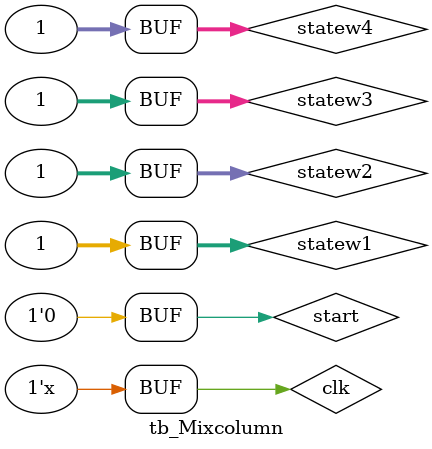
<source format=v>
`timescale 1ns/1ns

module tb_Mixcolumn();
    reg clk, start;
    reg [31 : 0] statew1, statew2, statew3, statew4;
    
    wire done;
    wire new_statew1, new_statew2, new_statew3, new_statew4;

    Mixcolumn_module Mixcolumn(
    .clk(clk),
    .start(start),
    .done(done),

    .statew1(statew1),
    .statew2(statew2),
    .statew3(statew3),
    .statew4(statew4),

    .new_statew1(new_statew1),
    .new_statew2(new_statew2),
    .new_statew3(new_statew3),
    .new_statew4(new_statew4)
    );

    initial begin
        clk <= 1'b1;
        start <= 1'b0;
        statew1 <= 32'h00000000;
        statew2 <= 32'h00000000;
        statew3 <= 32'h00000000;
        statew4 <= 32'b00000000;
    end

    always #10 clk <= ~clk;

    initial begin
        #20 statew1 <= 32'h00000001; statew2 <= 32'h00000001; statew3 <= 32'h00000001; statew4 <= 8'b00000001;
        #10 start <= 1'b1;
        #15000 start <= 1'b0;
    end
endmodule
</source>
